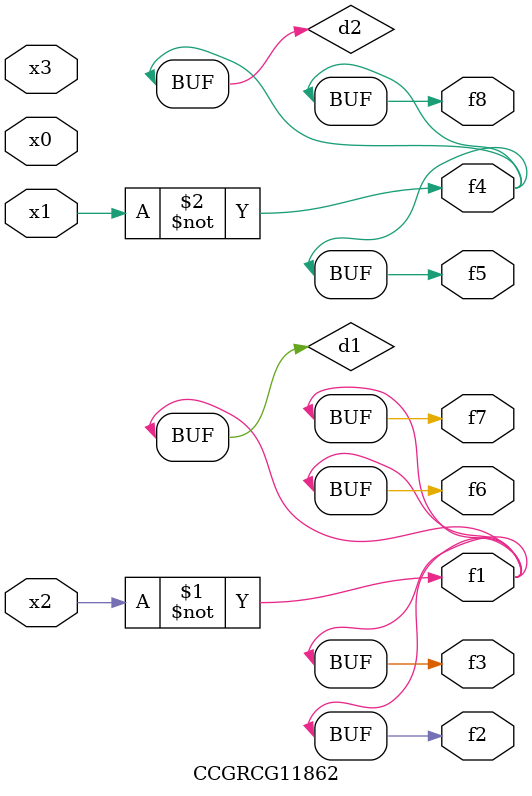
<source format=v>
module CCGRCG11862(
	input x0, x1, x2, x3,
	output f1, f2, f3, f4, f5, f6, f7, f8
);

	wire d1, d2;

	xnor (d1, x2);
	not (d2, x1);
	assign f1 = d1;
	assign f2 = d1;
	assign f3 = d1;
	assign f4 = d2;
	assign f5 = d2;
	assign f6 = d1;
	assign f7 = d1;
	assign f8 = d2;
endmodule

</source>
